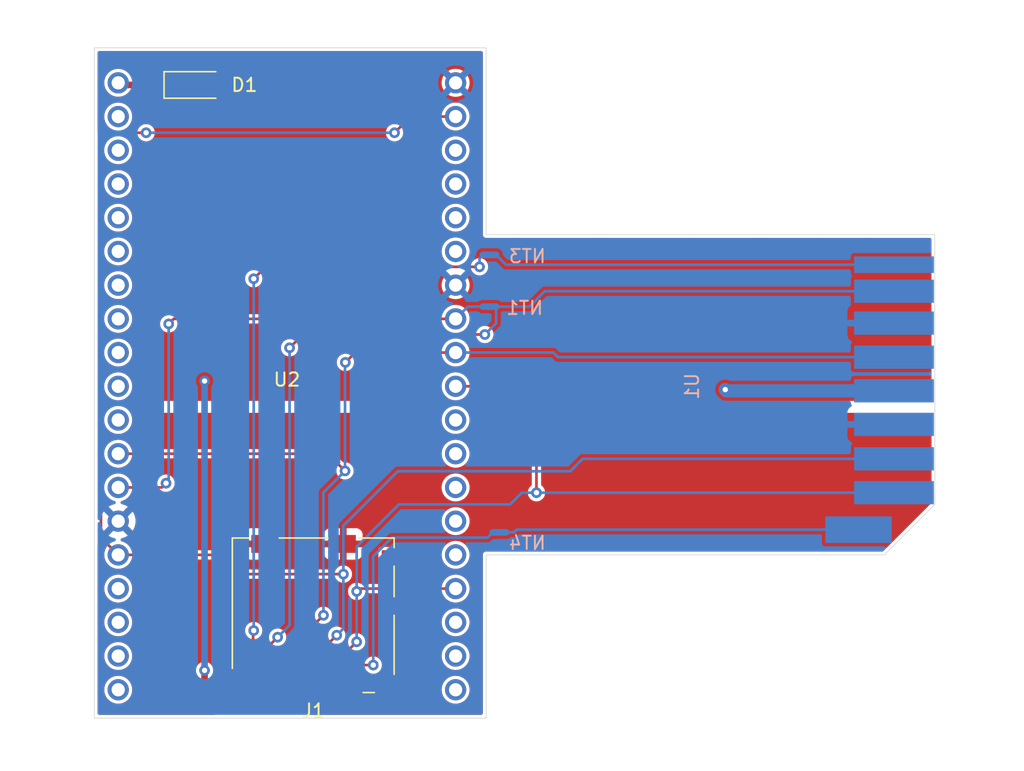
<source format=kicad_pcb>
(kicad_pcb (version 20211014) (generator pcbnew)
  (layers (0 "F.Cu" signal) (31 "B.Cu" signal) (34 "B.Paste" user) (35 "F.Paste" user) (36 "B.SilkS" user "B.Silkscreen") (37 "F.SilkS" user "F.Silkscreen") (38 "B.Mask" user) (39 "F.Mask" user) (44 "Edge.Cuts" user))
  (net 0 "")
  (net 1 "GND")
  (net 2 "+3.3VP")
  (net 3 "+3.3V")
  (net 4 "/MISO")
  (net 5 "/CLK")
  (net 6 "/MOSI")
  (net 7 "/CS")
  (net 8 "/DAT1")
  (net 9 "/DAT2")
  (net 10 "/DAT1_T")
  (net 11 "/DAT2_T")
  (net 24 "/MISO_ESP32")
  (footprint "Connector_Card:microSD_HC_Molex_104031-0811" (layer "F.Cu") (at 164 98.75 180)
    (fp_text reference "J1" (at 0 -7.18) (layer "F.SilkS"))
    (fp_text value "Micro_SD_Card_Det")
    (fp_line (start 4.88 5.82) (end 6.11 5.82) (layer "F.SilkS") (width 0.12))
    (fp_line (start 6.11 5.82) (end 6.11 -4) (layer "F.SilkS") (width 0.12))
    (fp_line (start -6.07 5.1) (end -6.07 5.82) (layer "F.SilkS") (width 0.12))
    (fp_line (start -6.07 -4.45) (end -6.07 0) (layer "F.SilkS") (width 0.12))
    (fp_line (start -4.59 -5.82) (end -3.73 -5.82) (layer "F.SilkS") (width 0.12))
    (fp_line (start -1.09 5.82) (end 2.58 5.82) (layer "F.SilkS") (width 0.12))
    (fp_line (start -6.07 1.4) (end -6.07 3.7) (layer "F.SilkS") (width 0.12))
    (fp_line (start -6.07 5.82) (end -3.39 5.82) (layer "F.SilkS") (width 0.12))
    (pad "1" smd rect locked (at -3.105 -5.45 180) (size 0.85 1.1) (layers "F.Cu" "F.Paste" "F.Mask") (net 9 "/DAT2"))
    (pad "2" smd rect locked (at -2.005 -5.45 180) (size 0.85 1.1) (layers "F.Cu" "F.Paste" "F.Mask") (net 7 "/CS"))
    (pad "3" smd rect locked (at -0.905 -5.45 180) (size 0.85 1.1) (layers "F.Cu" "F.Paste" "F.Mask") (net 6 "/MOSI"))
    (pad "4" smd rect locked (at 0.195 -5.45 180) (size 0.85 1.1) (layers "F.Cu" "F.Paste" "F.Mask") (net 3 "+3.3V"))
    (pad "5" smd rect locked (at 1.295 -5.45 180) (size 0.85 1.1) (layers "F.Cu" "F.Paste" "F.Mask") (net 5 "/CLK"))
    (pad "6" smd rect locked (at 2.395 -5.45 180) (size 0.85 1.1) (layers "F.Cu" "F.Paste" "F.Mask") (net 1 "GND"))
    (pad "7" smd rect locked (at 3.495 -5.45 180) (size 0.85 1.1) (layers "F.Cu" "F.Paste" "F.Mask") (net 4 "/MISO"))
    (pad "8" smd rect locked (at 4.545 -5.45 180) (size 0.75 1.1) (layers "F.Cu" "F.Paste" "F.Mask") (net 8 "/DAT1"))
    (pad "9" smd rect locked (at -5.74 0.7 180) (size 1.2 1) (layers "F.Cu" "F.Paste" "F.Mask"))
    (pad "10" smd rect locked (at -5.74 4.4 180) (size 1.2 1) (layers "F.Cu" "F.Paste" "F.Mask"))
    (pad "11" smd rect locked (at 3.73 5.375 180) (size 1.9 1.35) (layers "F.Cu" "F.Paste" "F.Mask") (net 1 "GND"))
    (pad "11" smd rect locked (at -2.24 5.375 180) (size 1.9 1.35) (layers "F.Cu" "F.Paste" "F.Mask") (net 1 "GND"))
    (pad "11" smd rect locked (at 5.755 -5.1 180) (size 1.17 1.8) (layers "F.Cu" "F.Paste" "F.Mask") (net 1 "GND"))
    (pad "11" smd rect locked (at -5.565 -5.325 180) (size 1.55 1.35) (layers "F.Cu" "F.Paste" "F.Mask") (net 1 "GND"))
  )
  (footprint "Main:ESP32-DevKitC" (layer "F.Cu") (at 162 81.5)
    (fp_text reference "U2" (at 0 -0.5 unlocked) (layer "F.SilkS"))
    (fp_text value "ESP32-DevKitC")
    (pad "1" thru_hole circle (at -12.7 -22.86) (size 1.6 1.6) (drill 1) (layers *.Cu *.Mask) (net 2 "+3.3VP"))
    (pad "2" thru_hole circle (at -12.7 -20.32) (size 1.6 1.6) (drill 1) (layers *.Cu *.Mask))
    (pad "3" thru_hole circle (at -12.7 -17.78) (size 1.6 1.6) (drill 1) (layers *.Cu *.Mask))
    (pad "4" thru_hole circle (at -12.7 -15.24) (size 1.6 1.6) (drill 1) (layers *.Cu *.Mask))
    (pad "5" thru_hole circle (at -12.7 -12.7) (size 1.6 1.6) (drill 1) (layers *.Cu *.Mask))
    (pad "6" thru_hole circle (at -12.7 -10.16) (size 1.6 1.6) (drill 1) (layers *.Cu *.Mask))
    (pad "7" thru_hole circle (at -12.7 -7.62) (size 1.6 1.6) (drill 1) (layers *.Cu *.Mask))
    (pad "8" thru_hole circle (at -12.7 -5.08) (size 1.6 1.6) (drill 1) (layers *.Cu *.Mask))
    (pad "9" thru_hole circle (at -12.7 -2.54) (size 1.6 1.6) (drill 1) (layers *.Cu *.Mask))
    (pad "10" thru_hole circle (at -12.7 0) (size 1.6 1.6) (drill 1) (layers *.Cu *.Mask))
    (pad "11" thru_hole circle (at -12.7 2.54) (size 1.6 1.6) (drill 1) (layers *.Cu *.Mask))
    (pad "12" thru_hole circle (at -12.7 5.08) (size 1.6 1.6) (drill 1) (layers *.Cu *.Mask) (net 5 "/CLK"))
    (pad "13" thru_hole circle (at -12.7 7.62) (size 1.6 1.6) (drill 1) (layers *.Cu *.Mask) (net 24 "/MISO_ESP32"))
    (pad "14" thru_hole circle (at -12.7 10.16) (size 1.6 1.6) (drill 1) (layers *.Cu *.Mask) (net 1 "GND"))
    (pad "15" thru_hole circle (at -12.7 12.7) (size 1.6 1.6) (drill 1) (layers *.Cu *.Mask) (net 6 "/MOSI"))
    (pad "16" thru_hole circle (at -12.7 15.24) (size 1.6 1.6) (drill 1) (layers *.Cu *.Mask))
    (pad "17" thru_hole circle (at -12.7 17.78) (size 1.6 1.6) (drill 1) (layers *.Cu *.Mask))
    (pad "18" thru_hole circle (at -12.7 20.32) (size 1.6 1.6) (drill 1) (layers *.Cu *.Mask))
    (pad "19" thru_hole circle (at -12.7 22.86) (size 1.6 1.6) (drill 1) (layers *.Cu *.Mask))
    (pad "20" thru_hole circle (at 12.7 22.86) (size 1.6 1.6) (drill 1) (layers *.Cu *.Mask))
    (pad "21" thru_hole circle (at 12.7 20.32) (size 1.6 1.6) (drill 1) (layers *.Cu *.Mask))
    (pad "22" thru_hole circle (at 12.7 17.78) (size 1.6 1.6) (drill 1) (layers *.Cu *.Mask))
    (pad "23" thru_hole circle (at 12.7 15.24) (size 1.6 1.6) (drill 1) (layers *.Cu *.Mask) (net 7 "/CS"))
    (pad "24" thru_hole circle (at 12.7 12.7) (size 1.6 1.6) (drill 1) (layers *.Cu *.Mask))
    (pad "25" thru_hole circle (at 12.7 10.16) (size 1.6 1.6) (drill 1) (layers *.Cu *.Mask))
    (pad "26" thru_hole circle (at 12.7 7.62) (size 1.6 1.6) (drill 1) (layers *.Cu *.Mask))
    (pad "27" thru_hole circle (at 12.7 5.08) (size 1.6 1.6) (drill 1) (layers *.Cu *.Mask))
    (pad "28" thru_hole circle (at 12.7 2.54) (size 1.6 1.6) (drill 1) (layers *.Cu *.Mask))
    (pad "29" thru_hole circle (at 12.7 0) (size 1.6 1.6) (drill 1) (layers *.Cu *.Mask) (net 7 "/CS"))
    (pad "30" thru_hole circle (at 12.7 -2.54) (size 1.6 1.6) (drill 1) (layers *.Cu *.Mask) (net 5 "/CLK"))
    (pad "31" thru_hole circle (at 12.7 -5.08) (size 1.6 1.6) (drill 1) (layers *.Cu *.Mask) (net 24 "/MISO_ESP32"))
    (pad "32" thru_hole circle (at 12.7 -7.62) (size 1.6 1.6) (drill 1) (layers *.Cu *.Mask) (net 1 "GND"))
    (pad "33" thru_hole circle (at 12.7 -10.16) (size 1.6 1.6) (drill 1) (layers *.Cu *.Mask))
    (pad "34" thru_hole circle (at 12.7 -12.7) (size 1.6 1.6) (drill 1) (layers *.Cu *.Mask))
    (pad "35" thru_hole circle (at 12.7 -15.24) (size 1.6 1.6) (drill 1) (layers *.Cu *.Mask))
    (pad "36" thru_hole circle (at 12.7 -17.78) (size 1.6 1.6) (drill 1) (layers *.Cu *.Mask))
    (pad "37" thru_hole circle (at 12.7 -20.32) (size 1.6 1.6) (drill 1) (layers *.Cu *.Mask) (net 6 "/MOSI"))
    (pad "38" thru_hole circle (at 12.7 -22.86) (size 1.6 1.6) (drill 1) (layers *.Cu *.Mask) (net 1 "GND"))
  )
  (footprint "Diode_SMD:D_SOD-123" (layer "F.Cu") (at 155 58.8)
    (fp_text reference "D1" (at 3.8 0) (layer "F.SilkS"))
    (fp_text value "1N5819HW-7-F" hide)
    (fp_line (start -2.25 -1) (end -2.25 1) (layer "F.SilkS") (width 0.12))
    (fp_line (start -2.25 -1) (end 1.65 -1) (layer "F.SilkS") (width 0.12))
    (fp_line (start -2.25 1) (end 1.65 1) (layer "F.SilkS") (width 0.12))
    (pad "1" smd rect (at -1.65 0) (size 0.9 1.2) (layers "F.Cu" "F.Paste" "F.Mask") (net 2 "+3.3VP"))
    (pad "2" smd rect (at 1.65 0) (size 0.9 1.2) (layers "F.Cu" "F.Paste" "F.Mask") (net 3 "+3.3V"))
  )
  (footprint "Main:SD_MMC_CARD" (layer "B.Cu") (at 193 81.5 90)
    (fp_text reference "U1" (at 0 -0.5 90) (layer "B.SilkS") (effects (justify mirror)))
    (fp_text value "SD_MMC_FOOTPRINT")
    (pad "1" smd rect locked (at -8.0146 14.703 90) (size 1.75 6) (layers "B.Cu" "B.Paste" "B.Mask") (net 7 "/CS"))
    (pad "2" smd rect locked (at -5.465 14.703 90) (size 1.75 6) (layers "B.Cu" "B.Paste" "B.Mask") (net 6 "/MOSI"))
    (pad "3" smd rect locked (at -2.87 14.703 90) (size 1.75 6) (layers "B.Cu" "B.Paste" "B.Mask") (net 1 "GND"))
    (pad "4" smd rect locked (at -0.34 14.703 90) (size 1.75 6) (layers "B.Cu" "B.Paste" "B.Mask") (net 3 "+3.3V"))
    (pad "5" smd rect locked (at 2.195 14.703 90) (size 1.75 6) (layers "B.Cu" "B.Paste" "B.Mask") (net 5 "/CLK"))
    (pad "6" smd rect locked (at 4.76 14.703 90) (size 1.75 6) (layers "B.Cu" "B.Paste" "B.Mask") (net 1 "GND"))
    (pad "7" smd rect locked (at 7.16 14.703 90) (size 1.75 6) (layers "B.Cu" "B.Paste" "B.Mask") (net 4 "/MISO"))
    (pad "8" smd rect locked (at 9.16 14.703 90) (size 1.25 6) (layers "B.Cu" "B.Paste" "B.Mask") (net 10 "/DAT1_T"))
    (pad "9" smd rect locked (at -10.8 12.03 90) (size 2 5) (layers "B.Cu" "B.Paste" "B.Mask") (net 11 "/DAT2_T"))
  )
  (footprint "NetTie:NetTie-2_SMD_Pad0.5mm" (layer "B.Cu") (at 177.25 75.5)
    (fp_text reference "NT1" (at 2.65 0.1) (layer "B.SilkS") (effects (justify mirror)))
    (fp_text value "NetTie_2")
    (fp_poly (pts (xy -0.5 0.25) (xy 0.5 0.25) (xy 0.5 -0.25) (xy -0.5 -0.25)) (layer "B.Cu") (width 0) (fill solid))
    (pad "1" smd circle (at -0.5 0) (size 0.5 0.5) (layers "B.Cu") (net 24 "/MISO_ESP32"))
    (pad "2" smd circle (at 0.5 0) (size 0.5 0.5) (layers "B.Cu") (net 4 "/MISO"))
  )
  (footprint "NetTie:NetTie-2_SMD_Pad0.5mm" (layer "B.Cu") (at 177.25 71.6)
    (fp_text reference "NT3" (at 2.85 0.1) (layer "B.SilkS") (effects (justify mirror)))
    (fp_text value "NetTie_2")
    (fp_poly (pts (xy -0.5 0.25) (xy 0.5 0.25) (xy 0.5 -0.25) (xy -0.5 -0.25)) (layer "B.Cu") (width 0) (fill solid))
    (pad "1" smd circle (at -0.5 0) (size 0.5 0.5) (layers "B.Cu") (net 8 "/DAT1"))
    (pad "2" smd circle (at 0.5 0) (size 0.5 0.5) (layers "B.Cu") (net 10 "/DAT1_T"))
  )
  (footprint "NetTie:NetTie-2_SMD_Pad0.5mm" (layer "B.Cu") (at 178 92.5)
    (fp_text reference "NT4" (at 2.1 0.8) (layer "B.SilkS") (effects (justify mirror)))
    (fp_text value "NetTie_2")
    (fp_poly (pts (xy -0.5 0.25) (xy 0.5 0.25) (xy 0.5 -0.25) (xy -0.5 -0.25)) (layer "B.Cu") (width 0) (fill solid))
    (pad "1" smd circle (at -0.5 0) (size 0.5 0.5) (layers "B.Cu") (net 9 "/DAT2"))
    (pad "2" smd circle (at 0.5 0) (size 0.5 0.5) (layers "B.Cu") (net 11 "/DAT2_T"))
  )
  (gr_line (start 147.5 106.5) (end 177 106.5) (layer "Edge.Cuts") (width 0.05))
  (gr_line (start 185.54 70.07) (end 179.26 70.07) (layer "Edge.Cuts") (width 0.05))
  (gr_line (start 177 94.2) (end 177 99.4) (layer "Edge.Cuts") (width 0.05))
  (gr_line (start 206.97 94.2) (end 178.6 94.2) (layer "Edge.Cuts") (width 0.05))
  (gr_line (start 210.77 70.07) (end 210 70.07) (layer "Edge.Cuts") (width 0.05))
  (gr_line (start 205.83 70.07) (end 202 70.07) (layer "Edge.Cuts") (width 0.05))
  (gr_line (start 177 99.4) (end 177 106.5) (layer "Edge.Cuts") (width 0.05))
  (gr_line (start 192.42 70.07) (end 185.54 70.07) (layer "Edge.Cuts") (width 0.05))
  (gr_line (start 210 70.07) (end 205.83 70.07) (layer "Edge.Cuts") (width 0.05))
  (gr_line (start 147.5 56) (end 147.5 106.5) (layer "Edge.Cuts") (width 0.05))
  (gr_line (start 210.77 70.08) (end 210.77 70.07) (layer "Edge.Cuts") (width 0.05))
  (gr_line (start 197.53 70.07) (end 192.42 70.07) (layer "Edge.Cuts") (width 0.05))
  (gr_line (start 202 70.07) (end 197.53 70.07) (layer "Edge.Cuts") (width 0.05))
  (gr_line (start 210.78 90.39) (end 206.97 94.2) (layer "Edge.Cuts") (width 0.05))
  (gr_line (start 177 70.07) (end 177 56) (layer "Edge.Cuts") (width 0.05))
  (gr_line (start 179.26 70.07) (end 177 70.07) (layer "Edge.Cuts") (width 0.05))
  (gr_line (start 210.77 70.08) (end 210.78 90.39) (layer "Edge.Cuts") (width 0.05))
  (gr_line (start 177 56) (end 147.5 56) (layer "Edge.Cuts") (width 0.05))
  (gr_line (start 178.6 94.2) (end 177 94.2) (layer "Edge.Cuts") (width 0.05))
  (segment (start 149.46 58.8) (end 149.3 58.64) (width 0.5) (layer "F.Cu") (net 2))
  (segment (start 153.35 58.8) (end 149.46 58.8) (width 0.5) (layer "F.Cu") (net 2))
  (segment (start 163.805 105.25) (end 163.355 105.7) (width 0.5) (layer "F.Cu") (net 3))
  (segment (start 163.355 105.7) (end 157 105.7) (width 0.5) (layer "F.Cu") (net 3))
  (segment (start 163.805 104.2) (end 163.805 105.25) (width 0.5) (layer "F.Cu") (net 3))
  (segment (start 157 105.7) (end 155.8 104.5) (width 0.5) (layer "F.Cu") (net 3))
  (segment (start 155.8 104.5) (end 155.8 102.9) (width 0.5) (layer "F.Cu") (net 3))
  (via (at 195 81.75) (size 0.8) (drill 0.4) (layers "F.Cu" "B.Cu") (net 3))
  (via (at 155.8 81.1) (size 0.8) (drill 0.4) (layers "F.Cu" "B.Cu") (net 3))
  (via (at 155.8 102.9) (size 0.8) (drill 0.4) (layers "F.Cu" "B.Cu") (net 3))
  (segment (start 207.703 81.84) (end 195.09 81.84) (width 1) (layer "B.Cu") (net 3))
  (segment (start 195.09 81.84) (end 195 81.75) (width 1) (layer "B.Cu") (net 3))
  (segment (start 155.8 102.9) (end 155.8 81.1) (width 0.5) (layer "B.Cu") (net 3))
  (segment (start 163.1 77.7) (end 175.7 77.7) (width 0.2) (layer "F.Cu") (net 4))
  (segment (start 160.505 104.2) (end 160.505 101.195) (width 0.2) (layer "F.Cu") (net 4))
  (segment (start 175.7 77.7) (end 175.8 77.6) (width 0.2) (layer "F.Cu") (net 4))
  (segment (start 175.8 77.6) (end 176.9 77.6) (width 0.2) (layer "F.Cu") (net 4))
  (segment (start 162.2 78.6) (end 163.1 77.7) (width 0.2) (layer "F.Cu") (net 4))
  (segment (start 160.505 101.195) (end 161.3 100.4) (width 0.2) (layer "F.Cu") (net 4))
  (via (at 161.3 100.4) (size 0.8) (drill 0.4) (layers "F.Cu" "B.Cu") (net 4))
  (via (at 162.2 78.6) (size 0.8) (drill 0.4) (layers "F.Cu" "B.Cu") (net 4))
  (via (at 176.9 77.6) (size 0.8) (drill 0.4) (layers "F.Cu" "B.Cu") (net 4))
  (segment (start 177.75 75.5) (end 177.75 76.75) (width 0.2) (layer "B.Cu") (net 4))
  (segment (start 162.2 99.5) (end 162.2 78.6) (width 0.2) (layer "B.Cu") (net 4))
  (segment (start 181.41 74.34) (end 207.703 74.34) (width 0.2) (layer "B.Cu") (net 4))
  (segment (start 161.3 100.4) (end 162.2 99.5) (width 0.2) (layer "B.Cu") (net 4))
  (segment (start 177.75 75.5) (end 180.25 75.5) (width 0.2) (layer "B.Cu") (net 4))
  (segment (start 180.425 75.325) (end 181.41 74.34) (width 0.2) (layer "B.Cu") (net 4))
  (segment (start 180.25 75.5) (end 180.425 75.325) (width 0.2) (layer "B.Cu") (net 4))
  (segment (start 177.75 76.75) (end 176.9 77.6) (width 0.2) (layer "B.Cu") (net 4))
  (segment (start 149.3 86.58) (end 165.08 86.58) (width 0.2) (layer "F.Cu") (net 5))
  (segment (start 165.08 86.58) (end 166.375 87.875) (width 0.2) (layer "F.Cu") (net 5))
  (segment (start 162.705 100.795) (end 162.705 104.2) (width 0.2) (layer "F.Cu") (net 5))
  (segment (start 164.75 98.75) (end 162.705 100.795) (width 0.2) (layer "F.Cu") (net 5))
  (segment (start 166.4 79.7) (end 167.14 78.96) (width 0.2) (layer "F.Cu") (net 5))
  (segment (start 167.14 78.96) (end 174.7 78.96) (width 0.2) (layer "F.Cu") (net 5))
  (via (at 166.375 87.875) (size 0.8) (drill 0.4) (layers "F.Cu" "B.Cu") (net 5))
  (via (at 166.4 79.7) (size 0.8) (drill 0.4) (layers "F.Cu" "B.Cu") (net 5))
  (via (at 164.75 98.75) (size 0.8) (drill 0.4) (layers "F.Cu" "B.Cu") (net 5))
  (segment (start 182.06 78.96) (end 174.7 78.96) (width 0.2) (layer "B.Cu") (net 5))
  (segment (start 164.75 98.75) (end 164.75 89.5) (width 0.2) (layer "B.Cu") (net 5))
  (segment (start 166.375 87.875) (end 166.375 79.725) (width 0.2) (layer "B.Cu") (net 5))
  (segment (start 207.703 79.305) (end 182.405 79.305) (width 0.2) (layer "B.Cu") (net 5))
  (segment (start 164.75 89.5) (end 166.375 87.875) (width 0.2) (layer "B.Cu") (net 5))
  (segment (start 182.405 79.305) (end 182.06 78.96) (width 0.2) (layer "B.Cu") (net 5))
  (segment (start 166.375 79.725) (end 166.4 79.7) (width 0.2) (layer "B.Cu") (net 5))
  (segment (start 149.3 94.2) (end 156.9 94.2) (width 0.2) (layer "F.Cu") (net 6))
  (segment (start 170.1 62.4) (end 171.32 61.18) (width 0.2) (layer "F.Cu") (net 6))
  (segment (start 165.75 100.25) (end 164.905 101.095) (width 0.2) (layer "F.Cu") (net 6))
  (segment (start 148 62.9) (end 148.5 62.4) (width 0.2) (layer "F.Cu") (net 6))
  (segment (start 158.35 95.65) (end 166.25 95.65) (width 0.2) (layer "F.Cu") (net 6))
  (segment (start 156.9 94.2) (end 158.35 95.65) (width 0.2) (layer "F.Cu") (net 6))
  (segment (start 148.5 62.4) (end 151.4 62.4) (width 0.2) (layer "F.Cu") (net 6))
  (segment (start 171.32 61.18) (end 174.7 61.18) (width 0.2) (layer "F.Cu") (net 6))
  (segment (start 149.3 94.2) (end 148 92.9) (width 0.2) (layer "F.Cu") (net 6))
  (segment (start 148 92.9) (end 148 62.9) (width 0.2) (layer "F.Cu") (net 6))
  (segment (start 164.905 101.095) (end 164.905 104.2) (width 0.2) (layer "F.Cu") (net 6))
  (via (at 166.25 95.65) (size 0.8) (drill 0.4) (layers "F.Cu" "B.Cu") (net 6))
  (via (at 165.75 100.25) (size 0.8) (drill 0.4) (layers "F.Cu" "B.Cu") (net 6))
  (via (at 151.4 62.4) (size 0.8) (drill 0.4) (layers "F.Cu" "B.Cu") (net 6))
  (via (at 170.1 62.4) (size 0.8) (drill 0.4) (layers "F.Cu" "B.Cu") (net 6))
  (segment (start 151.4 62.4) (end 170.1 62.4) (width 0.2) (layer "B.Cu") (net 6))
  (segment (start 183.33 87.9) (end 170.35 87.9) (width 0.2) (layer "B.Cu") (net 6))
  (segment (start 166.25 95.65) (end 166.25 99.75) (width 0.2) (layer "B.Cu") (net 6))
  (segment (start 170.35 87.9) (end 166.25 92) (width 0.2) (layer "B.Cu") (net 6))
  (segment (start 166.25 99.75) (end 165.75 100.25) (width 0.2) (layer "B.Cu") (net 6))
  (segment (start 166.25 92) (end 166.25 95.65) (width 0.2) (layer "B.Cu") (net 6))
  (segment (start 207.703 86.965) (end 184.265 86.965) (width 0.2) (layer "B.Cu") (net 6))
  (segment (start 184.265 86.965) (end 183.33 87.9) (width 0.2) (layer "B.Cu") (net 6))
  (segment (start 174.7 81.5) (end 178.8 81.5) (width 0.2) (layer "F.Cu") (net 7))
  (segment (start 167.25 100.75) (end 166.005 101.995) (width 0.2) (layer "F.Cu") (net 7))
  (segment (start 178.8 81.5) (end 180.7854 83.4854) (width 0.2) (layer "F.Cu") (net 7))
  (segment (start 166.005 101.995) (end 166.005 104.2) (width 0.2) (layer "F.Cu") (net 7))
  (segment (start 167.46 96.74) (end 167.25 96.95) (width 0.2) (layer "F.Cu") (net 7))
  (segment (start 180.7854 83.4854) (end 180.7854 89.5146) (width 0.2) (layer "F.Cu") (net 7))
  (segment (start 174.7 96.74) (end 167.46 96.74) (width 0.2) (layer "F.Cu") (net 7))
  (via (at 167.25 96.95) (size 0.8) (drill 0.4) (layers "F.Cu" "B.Cu") (net 7))
  (via (at 180.7854 89.5146) (size 0.8) (drill 0.4) (layers "F.Cu" "B.Cu") (net 7))
  (via (at 167.25 100.75) (size 0.8) (drill 0.4) (layers "F.Cu" "B.Cu") (net 7))
  (segment (start 180.7854 89.5146) (end 179.6854 89.5146) (width 0.2) (layer "B.Cu") (net 7))
  (segment (start 179.6854 89.5146) (end 178.8 90.4) (width 0.2) (layer "B.Cu") (net 7))
  (segment (start 207.703 89.5146) (end 180.7854 89.5146) (width 0.2) (layer "B.Cu") (net 7))
  (segment (start 178.8 90.4) (end 170.4292 90.4) (width 0.2) (layer "B.Cu") (net 7))
  (segment (start 167.25 96.95) (end 167.25 100.75) (width 0.2) (layer "B.Cu") (net 7))
  (segment (start 167.25 93.5792) (end 167.25 96.95) (width 0.2) (layer "B.Cu") (net 7))
  (segment (start 170.4292 90.4) (end 167.25 93.5792) (width 0.2) (layer "B.Cu") (net 7))
  (segment (start 163.2 72.5) (end 176.5 72.5) (width 0.2) (layer "F.Cu") (net 8))
  (segment (start 159.455 99.945) (end 159.5 99.9) (width 0.2) (layer "F.Cu") (net 8))
  (segment (start 159.455 104.2) (end 159.455 99.945) (width 0.2) (layer "F.Cu") (net 8))
  (segment (start 160.4 72.5) (end 163.2 72.5) (width 0.2) (layer "F.Cu") (net 8))
  (segment (start 159.5 73.4) (end 160.4 72.5) (width 0.2) (layer "F.Cu") (net 8))
  (via (at 159.5 73.4) (size 0.8) (drill 0.4) (layers "F.Cu" "B.Cu") (net 8))
  (via (at 159.5 99.9) (size 0.8) (drill 0.4) (layers "F.Cu" "B.Cu") (net 8))
  (via (at 176.5 72.5) (size 0.8) (drill 0.4) (layers "F.Cu" "B.Cu") (net 8))
  (segment (start 176.5 71.85) (end 176.75 71.6) (width 0.2) (layer "B.Cu") (net 8))
  (segment (start 159.5 99.9) (end 159.5 73.4) (width 0.2) (layer "B.Cu") (net 8))
  (segment (start 176.5 72.5) (end 176.5 71.85) (width 0.2) (layer "B.Cu") (net 8))
  (segment (start 167.105 103.145) (end 167.75 102.5) (width 0.2) (layer "F.Cu") (net 9))
  (segment (start 167.105 104.2) (end 167.105 103.145) (width 0.2) (layer "F.Cu") (net 9))
  (segment (start 167.75 102.5) (end 168.5 102.5) (width 0.2) (layer "F.Cu") (net 9))
  (via (at 168.5 102.5) (size 0.8) (drill 0.4) (layers "F.Cu" "B.Cu") (net 9))
  (segment (start 177.5 92.5) (end 177.1 92.9) (width 0.2) (layer "B.Cu") (net 9))
  (segment (start 168.5 102.5) (end 168.5 94.3) (width 0.2) (layer "B.Cu") (net 9))
  (segment (start 168.5 94.3) (end 169.25 93.55) (width 0.2) (layer "B.Cu") (net 9))
  (segment (start 177.1 92.9) (end 169.9 92.9) (width 0.2) (layer "B.Cu") (net 9))
  (segment (start 169.9 92.9) (end 169.25 93.55) (width 0.2) (layer "B.Cu") (net 9))
  (segment (start 207.703 72.34) (end 178.49 72.34) (width 0.2) (layer "B.Cu") (net 10))
  (segment (start 177.75 71.6) (end 178.49 72.34) (width 0.2) (layer "B.Cu") (net 10))
  (segment (start 178.5 92.5) (end 179.1 92.5) (width 0.2) (layer "B.Cu") (net 11))
  (segment (start 179.1 92.5) (end 179.3 92.3) (width 0.2) (layer "B.Cu") (net 11))
  (segment (start 205.03 92.3) (end 179.3 92.3) (width 0.2) (layer "B.Cu") (net 11))
  (segment (start 153.48 76.42) (end 153.1 76.8) (width 0.2) (layer "F.Cu") (net 24))
  (segment (start 152.58 89.12) (end 149.3 89.12) (width 0.2) (layer "F.Cu") (net 24))
  (segment (start 174.7 76.42) (end 153.48 76.42) (width 0.2) (layer "F.Cu") (net 24))
  (segment (start 152.9 88.8) (end 152.58 89.12) (width 0.2) (layer "F.Cu") (net 24))
  (via (at 153.1 76.8) (size 0.8) (drill 0.4) (layers "F.Cu" "B.Cu") (net 24))
  (via (at 152.9 88.8) (size 0.8) (drill 0.4) (layers "F.Cu" "B.Cu") (net 24))
  (segment (start 175.62 75.5) (end 174.7 76.42) (width 0.2) (layer "B.Cu") (net 24))
  (segment (start 153.1 88.6) (end 152.9 88.8) (width 0.2) (layer "B.Cu") (net 24))
  (segment (start 176.75 75.5) (end 175.62 75.5) (width 0.2) (layer "B.Cu") (net 24))
  (segment (start 153.1 76.8) (end 153.1 88.6) (width 0.2) (layer "B.Cu") (net 24))
  (zone (net 1) (net_name "GND") (layer "F.Cu") (connect_pads (clearance 0.25)) (min_thickness 0.254) (fill yes (thermal_gap 0.508) (thermal_bridge_width 0.508))
    (polygon (pts (xy 216.878698 110.5) (xy 141.3 110.4) (xy 141.3 83.5) (xy 216.8 83.5)))
  )
  (zone (net 3) (net_name "+3.3V") (layer "F.Cu") (connect_pads (clearance 0.25)) (min_thickness 0.254) (fill yes (thermal_gap 0.508) (thermal_bridge_width 0.508))
    (polygon (pts (xy 213.7 52.5) (xy 213.7 82.6) (xy 140.4 82.6) (xy 140.4 52.4)))
  )
  (zone (net 1) (net_name "GND") (layer "B.Cu") (connect_pads (clearance 0.25)) (min_thickness 0.254) (fill yes (thermal_gap 0.508) (thermal_bridge_width 0.508))
    (polygon (pts (xy 217.5 110) (xy 141.3 110) (xy 141.3 53.3) (xy 217.5 53.3)))
  )
)
</source>
